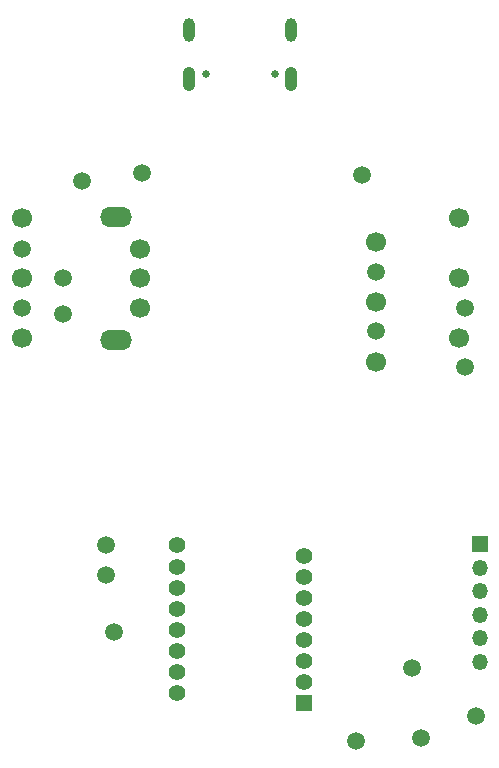
<source format=gbr>
%TF.GenerationSoftware,KiCad,Pcbnew,6.0.9+dfsg-1*%
%TF.CreationDate,2023-01-18T23:30:58-08:00*%
%TF.ProjectId,redshift,72656473-6869-4667-942e-6b696361645f,0.2*%
%TF.SameCoordinates,Original*%
%TF.FileFunction,Soldermask,Bot*%
%TF.FilePolarity,Negative*%
%FSLAX46Y46*%
G04 Gerber Fmt 4.6, Leading zero omitted, Abs format (unit mm)*
G04 Created by KiCad (PCBNEW 6.0.9+dfsg-1) date 2023-01-18 23:30:58*
%MOMM*%
%LPD*%
G01*
G04 APERTURE LIST*
%ADD10C,1.700000*%
%ADD11O,2.700000X1.700000*%
%ADD12C,0.650000*%
%ADD13O,1.050000X2.100000*%
%ADD14O,1.000000X2.000000*%
%ADD15R,1.350000X1.350000*%
%ADD16O,1.350000X1.350000*%
%ADD17R,1.400000X1.400000*%
%ADD18C,1.400000*%
%ADD19C,1.500000*%
G04 APERTURE END LIST*
D10*
%TO.C,ENC1*%
X129000000Y-80500000D03*
X129000000Y-78000000D03*
X129000000Y-75500000D03*
D11*
X127000000Y-72800000D03*
X127000000Y-83200000D03*
%TD*%
D12*
%TO.C,J1*%
X134610000Y-60680000D03*
X140390000Y-60680000D03*
D13*
X141820000Y-61180000D03*
D14*
X141820000Y-57000000D03*
X133180000Y-57000000D03*
D13*
X133180000Y-61180000D03*
%TD*%
D10*
%TO.C,SW3*%
X149000000Y-74920000D03*
X149000000Y-80000000D03*
X149000000Y-85080000D03*
%TD*%
D15*
%TO.C,J3*%
X157750000Y-100500000D03*
D16*
X157750000Y-102500000D03*
X157750000Y-104500000D03*
X157750000Y-106500000D03*
X157750000Y-108500000D03*
X157750000Y-110500000D03*
%TD*%
D17*
%TO.C,U1*%
X142850000Y-113985000D03*
D18*
X142850000Y-112205000D03*
X142850000Y-110425000D03*
X142850000Y-108645000D03*
X142850000Y-106865000D03*
X142850000Y-105085000D03*
X142850000Y-103305000D03*
X142850000Y-101525000D03*
X132150000Y-100635000D03*
X132150000Y-102415000D03*
X132150000Y-104195000D03*
X132150000Y-105975000D03*
X132150000Y-107755000D03*
X132150000Y-109535000D03*
X132150000Y-111315000D03*
X132150000Y-113095000D03*
%TD*%
D10*
%TO.C,SW2*%
X156000000Y-72920000D03*
X156000000Y-78000000D03*
X156000000Y-83080000D03*
%TD*%
%TO.C,SW1*%
X119000000Y-72920000D03*
X119000000Y-78000000D03*
X119000000Y-83080000D03*
%TD*%
D19*
%TO.C,TP5*%
X126775000Y-108000000D03*
%TD*%
%TO.C,TP6*%
X156500000Y-80500000D03*
%TD*%
%TO.C,TP7*%
X156500000Y-85500000D03*
%TD*%
%TO.C,TP13*%
X122500000Y-81000000D03*
%TD*%
%TO.C,TP3*%
X126150000Y-103125000D03*
%TD*%
%TO.C,TP9*%
X129200000Y-69100000D03*
%TD*%
%TO.C,TP10*%
X149000000Y-77500000D03*
%TD*%
%TO.C,TP11*%
X149000000Y-82500000D03*
%TD*%
%TO.C,TP2*%
X119000000Y-75500000D03*
%TD*%
%TO.C,TP12*%
X157425000Y-115100000D03*
%TD*%
%TO.C,TP18*%
X152000000Y-111000000D03*
%TD*%
%TO.C,TP17*%
X147750000Y-69250000D03*
%TD*%
%TO.C,TP8*%
X124100000Y-69800000D03*
%TD*%
%TO.C,TP16*%
X147250000Y-117175000D03*
%TD*%
%TO.C,TP4*%
X119000000Y-80500000D03*
%TD*%
%TO.C,TP14*%
X152750000Y-116950000D03*
%TD*%
%TO.C,TP1*%
X126150000Y-100600000D03*
%TD*%
%TO.C,TP15*%
X122500000Y-78000000D03*
%TD*%
M02*

</source>
